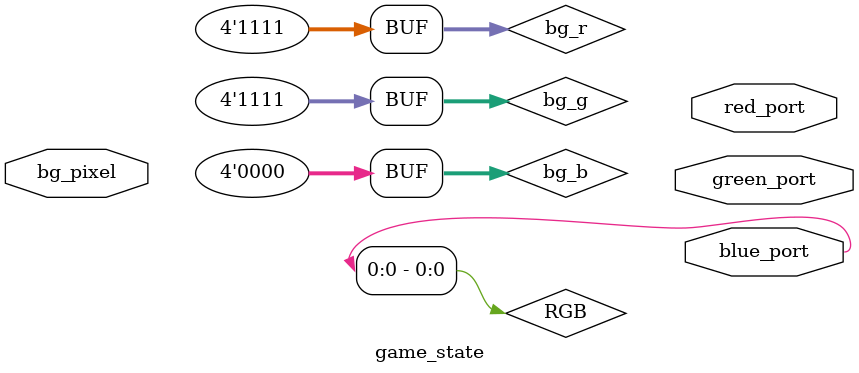
<source format=sv>
`timescale 1ns / 1ps

module game_state(
    // chromakey signals
    input logic bg_pixel,
    // edge detector signals   
    //  out of bounds signals   
    // text signals
    // output
    output logic [3:0] red_port,
    output logic [3:0] green_port,
    output logic [3:0] blue_port
    );

    // //크로마키에 쓰이는 배경 색 : 흰색
    logic [3:0] bg_r = 4'd15;   // Red
    logic [3:0] bg_g = 4'd15;   // Green
    logic [3:0] bg_b = 4'd0;    // Blue

    //  // bg_pixel =  초록색이면 0 아니면 1
    // logic [3:0] red_port, green_port, blue_port;
    // assign {red_port, green_port, blue_port} = !bg_pixel ? {bg_r, bg_g, bg_b} : 
    // 원래의 정보;

    assign RGB = {red_port, green_port, blue_port};

endmodule

</source>
